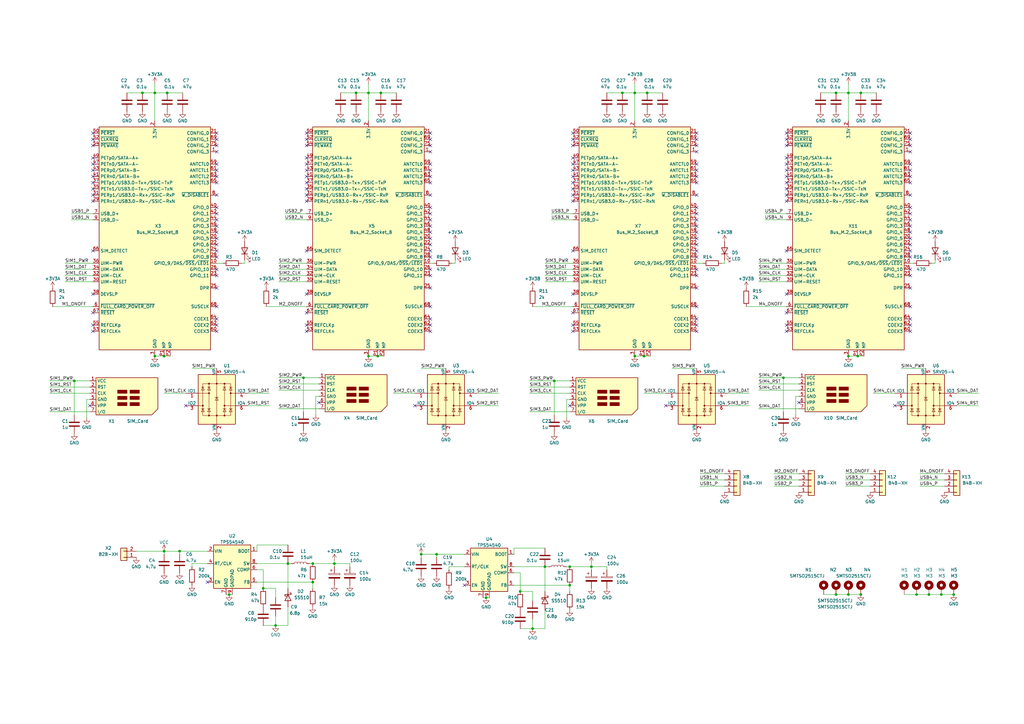
<source format=kicad_sch>
(kicad_sch (version 20211123) (generator eeschema)
  (paper "A3")
  (junction (at 179.07 227.33))
  (junction (at 386.08 243.84))
  (junction (at 391.16 243.84))
  (junction (at 321.31 154.94))
  (junction (at 353.06 243.84))
  (junction (at 146.05 38.1))
  (junction (at 151.13 146.05))
  (junction (at 351.79 146.05))
  (junction (at 342.9 243.84))
  (junction (at 67.31 146.05))
  (junction (at 260.35 38.1))
  (junction (at 213.36 242.57))
  (junction (at 113.03 256.54))
  (junction (at 260.35 146.05))
  (junction (at 264.16 146.05))
  (junction (at 128.27 238.76))
  (junction (at 347.98 146.05))
  (junction (at 218.44 257.81))
  (junction (at 381 243.84))
  (junction (at 30.48 156.21))
  (junction (at 93.98 243.84))
  (junction (at 353.06 38.1))
  (junction (at 73.66 226.06))
  (junction (at 107.95 241.3))
  (junction (at 375.92 243.84))
  (junction (at 242.57 232.41))
  (junction (at 172.72 227.33))
  (junction (at 63.5 146.05))
  (junction (at 63.5 38.1))
  (junction (at 151.13 38.1))
  (junction (at 124.46 154.94))
  (junction (at 128.27 231.14))
  (junction (at 227.33 156.21))
  (junction (at 68.58 38.1))
  (junction (at 347.98 38.1))
  (junction (at 347.98 243.84))
  (junction (at 199.39 245.11))
  (junction (at 342.9 38.1))
  (junction (at 265.43 38.1))
  (junction (at 58.42 38.1))
  (junction (at 118.11 231.14))
  (junction (at 137.16 231.14))
  (junction (at 154.94 146.05))
  (junction (at 156.21 38.1))
  (junction (at 233.68 232.41))
  (junction (at 223.52 232.41))
  (junction (at 255.27 38.1))
  (junction (at 233.68 240.03))
  (junction (at 67.31 226.06))
  (no_connect (at 176.53 95.25))
  (no_connect (at 285.75 105.41))
  (no_connect (at 322.58 120.65))
  (no_connect (at 88.9 69.85))
  (no_connect (at 176.53 105.41))
  (no_connect (at 322.58 102.87))
  (no_connect (at 88.9 118.11))
  (no_connect (at 373.38 59.69))
  (no_connect (at 285.75 54.61))
  (no_connect (at 234.95 59.69))
  (no_connect (at 38.1 64.77))
  (no_connect (at 373.38 100.33))
  (no_connect (at 38.1 77.47))
  (no_connect (at 38.1 82.55))
  (no_connect (at 176.53 90.17))
  (no_connect (at 176.53 80.01))
  (no_connect (at 373.38 74.93))
  (no_connect (at 125.73 54.61))
  (no_connect (at 322.58 72.39))
  (no_connect (at 234.95 82.55))
  (no_connect (at 176.53 97.79))
  (no_connect (at 176.53 133.35))
  (no_connect (at 88.9 110.49))
  (no_connect (at 285.75 57.15))
  (no_connect (at 85.09 238.76))
  (no_connect (at 125.73 82.55))
  (no_connect (at 88.9 62.23))
  (no_connect (at 285.75 125.73))
  (no_connect (at 234.95 72.39))
  (no_connect (at 285.75 87.63))
  (no_connect (at 373.38 92.71))
  (no_connect (at 88.9 113.03))
  (no_connect (at 38.1 57.15))
  (no_connect (at 285.75 95.25))
  (no_connect (at 285.75 62.23))
  (no_connect (at 322.58 80.01))
  (no_connect (at 176.53 118.11))
  (no_connect (at 88.9 102.87))
  (no_connect (at 170.18 166.37))
  (no_connect (at 125.73 74.93))
  (no_connect (at 322.58 77.47))
  (no_connect (at 38.1 74.93))
  (no_connect (at 322.58 133.35))
  (no_connect (at 125.73 59.69))
  (no_connect (at 38.1 133.35))
  (no_connect (at 234.95 133.35))
  (no_connect (at 176.53 113.03))
  (no_connect (at 322.58 57.15))
  (no_connect (at 373.38 133.35))
  (no_connect (at 322.58 69.85))
  (no_connect (at 88.9 135.89))
  (no_connect (at 176.53 57.15))
  (no_connect (at 322.58 64.77))
  (no_connect (at 373.38 57.15))
  (no_connect (at 176.53 102.87))
  (no_connect (at 373.38 69.85))
  (no_connect (at 285.75 85.09))
  (no_connect (at 176.53 100.33))
  (no_connect (at 88.9 133.35))
  (no_connect (at 125.73 67.31))
  (no_connect (at 38.1 69.85))
  (no_connect (at 38.1 102.87))
  (no_connect (at 125.73 120.65))
  (no_connect (at 322.58 67.31))
  (no_connect (at 125.73 64.77))
  (no_connect (at 373.38 105.41))
  (no_connect (at 88.9 97.79))
  (no_connect (at 285.75 130.81))
  (no_connect (at 285.75 92.71))
  (no_connect (at 176.53 69.85))
  (no_connect (at 176.53 62.23))
  (no_connect (at 88.9 130.81))
  (no_connect (at 273.05 166.37))
  (no_connect (at 176.53 85.09))
  (no_connect (at 373.38 54.61))
  (no_connect (at 322.58 82.55))
  (no_connect (at 285.75 80.01))
  (no_connect (at 176.53 87.63))
  (no_connect (at 176.53 54.61))
  (no_connect (at 38.1 135.89))
  (no_connect (at 88.9 92.71))
  (no_connect (at 88.9 125.73))
  (no_connect (at 233.68 166.37))
  (no_connect (at 285.75 74.93))
  (no_connect (at 176.53 67.31))
  (no_connect (at 373.38 113.03))
  (no_connect (at 234.95 57.15))
  (no_connect (at 373.38 72.39))
  (no_connect (at 38.1 67.31))
  (no_connect (at 322.58 59.69))
  (no_connect (at 373.38 130.81))
  (no_connect (at 38.1 72.39))
  (no_connect (at 38.1 54.61))
  (no_connect (at 88.9 72.39))
  (no_connect (at 285.75 118.11))
  (no_connect (at 367.03 166.37))
  (no_connect (at 176.53 110.49))
  (no_connect (at 373.38 90.17))
  (no_connect (at 234.95 120.65))
  (no_connect (at 176.53 59.69))
  (no_connect (at 285.75 102.87))
  (no_connect (at 38.1 80.01))
  (no_connect (at 234.95 102.87))
  (no_connect (at 373.38 118.11))
  (no_connect (at 176.53 125.73))
  (no_connect (at 176.53 74.93))
  (no_connect (at 322.58 54.61))
  (no_connect (at 88.9 100.33))
  (no_connect (at 125.73 135.89))
  (no_connect (at 373.38 135.89))
  (no_connect (at 285.75 97.79))
  (no_connect (at 322.58 74.93))
  (no_connect (at 38.1 128.27))
  (no_connect (at 322.58 128.27))
  (no_connect (at 130.81 165.1))
  (no_connect (at 373.38 95.25))
  (no_connect (at 322.58 135.89))
  (no_connect (at 285.75 110.49))
  (no_connect (at 234.95 67.31))
  (no_connect (at 285.75 100.33))
  (no_connect (at 88.9 59.69))
  (no_connect (at 285.75 90.17))
  (no_connect (at 285.75 59.69))
  (no_connect (at 373.38 102.87))
  (no_connect (at 373.38 110.49))
  (no_connect (at 285.75 69.85))
  (no_connect (at 88.9 54.61))
  (no_connect (at 88.9 85.09))
  (no_connect (at 285.75 133.35))
  (no_connect (at 373.38 87.63))
  (no_connect (at 125.73 77.47))
  (no_connect (at 285.75 72.39))
  (no_connect (at 88.9 67.31))
  (no_connect (at 373.38 97.79))
  (no_connect (at 373.38 85.09))
  (no_connect (at 88.9 105.41))
  (no_connect (at 88.9 90.17))
  (no_connect (at 176.53 92.71))
  (no_connect (at 373.38 62.23))
  (no_connect (at 88.9 95.25))
  (no_connect (at 234.95 80.01))
  (no_connect (at 125.73 102.87))
  (no_connect (at 88.9 80.01))
  (no_connect (at 125.73 57.15))
  (no_connect (at 234.95 74.93))
  (no_connect (at 234.95 128.27))
  (no_connect (at 38.1 59.69))
  (no_connect (at 234.95 135.89))
  (no_connect (at 125.73 128.27))
  (no_connect (at 285.75 67.31))
  (no_connect (at 327.66 165.1))
  (no_connect (at 176.53 135.89))
  (no_connect (at 373.38 125.73))
  (no_connect (at 88.9 57.15))
  (no_connect (at 38.1 120.65))
  (no_connect (at 36.83 166.37))
  (no_connect (at 76.2 166.37))
  (no_connect (at 285.75 135.89))
  (no_connect (at 176.53 130.81))
  (no_connect (at 88.9 74.93))
  (no_connect (at 373.38 67.31))
  (no_connect (at 176.53 72.39))
  (no_connect (at 234.95 54.61))
  (no_connect (at 285.75 113.03))
  (no_connect (at 88.9 87.63))
  (no_connect (at 234.95 77.47))
  (no_connect (at 234.95 64.77))
  (no_connect (at 125.73 72.39))
  (no_connect (at 373.38 80.01))
  (no_connect (at 125.73 80.01))
  (no_connect (at 234.95 69.85))
  (no_connect (at 190.5 240.03))
  (no_connect (at 125.73 133.35))
  (no_connect (at 125.73 69.85))
  (wire (pts (xy 199.39 245.11) (xy 200.66 245.11)))
  (wire (pts (xy 260.35 34.29) (xy 260.35 38.1)))
  (wire (pts (xy 255.27 38.1) (xy 260.35 38.1)))
  (wire (pts (xy 213.36 257.81) (xy 218.44 257.81)))
  (wire (pts (xy 226.06 90.17) (xy 234.95 90.17)))
  (wire (pts (xy 265.43 38.1) (xy 271.78 38.1)))
  (wire (pts (xy 311.15 107.95) (xy 322.58 107.95)))
  (wire (pts (xy 232.41 232.41) (xy 233.68 232.41)))
  (wire (pts (xy 101.6 166.37) (xy 110.49 166.37)))
  (wire (pts (xy 232.41 163.83) (xy 232.41 171.45)))
  (wire (pts (xy 298.45 166.37) (xy 307.34 166.37)))
  (wire (pts (xy 311.15 110.49) (xy 322.58 110.49)))
  (wire (pts (xy 78.74 231.14) (xy 85.09 231.14)))
  (wire (pts (xy 386.08 243.84) (xy 391.16 243.84)))
  (wire (pts (xy 337.82 243.84) (xy 342.9 243.84)))
  (wire (pts (xy 317.5 199.39) (xy 327.66 199.39)))
  (wire (pts (xy 156.21 38.1) (xy 162.56 38.1)))
  (wire (pts (xy 67.31 161.29) (xy 76.2 161.29)))
  (wire (pts (xy 129.54 162.56) (xy 129.54 170.18)))
  (wire (pts (xy 172.72 227.33) (xy 179.07 227.33)))
  (wire (pts (xy 101.6 161.29) (xy 110.49 161.29)))
  (wire (pts (xy 107.95 233.68) (xy 107.95 241.3)))
  (wire (pts (xy 377.19 196.85) (xy 387.35 196.85)))
  (wire (pts (xy 311.15 167.64) (xy 327.66 167.64)))
  (wire (pts (xy 151.13 49.53) (xy 151.13 38.1)))
  (wire (pts (xy 224.79 232.41) (xy 223.52 232.41)))
  (wire (pts (xy 264.16 146.05) (xy 266.7 146.05)))
  (wire (pts (xy 370.84 243.84) (xy 375.92 243.84)))
  (wire (pts (xy 63.5 38.1) (xy 68.58 38.1)))
  (wire (pts (xy 114.3 154.94) (xy 124.46 154.94)))
  (wire (pts (xy 223.52 110.49) (xy 234.95 110.49)))
  (wire (pts (xy 358.14 161.29) (xy 367.03 161.29)))
  (wire (pts (xy 377.19 199.39) (xy 387.35 199.39)))
  (wire (pts (xy 114.3 157.48) (xy 130.81 157.48)))
  (wire (pts (xy 55.88 226.06) (xy 67.31 226.06)))
  (wire (pts (xy 151.13 38.1) (xy 156.21 38.1)))
  (wire (pts (xy 99.06 107.95) (xy 100.33 107.95)))
  (wire (pts (xy 342.9 38.1) (xy 347.98 38.1)))
  (wire (pts (xy 105.41 226.06) (xy 105.41 223.52)))
  (wire (pts (xy 128.27 238.76) (xy 128.27 241.3)))
  (wire (pts (xy 346.71 194.31) (xy 356.87 194.31)))
  (wire (pts (xy 311.15 157.48) (xy 327.66 157.48)))
  (wire (pts (xy 347.98 243.84) (xy 353.06 243.84)))
  (wire (pts (xy 100.33 107.95) (xy 100.33 106.68)))
  (wire (pts (xy 146.05 38.1) (xy 151.13 38.1)))
  (wire (pts (xy 218.44 242.57) (xy 218.44 246.38)))
  (wire (pts (xy 114.3 115.57) (xy 125.73 115.57)))
  (wire (pts (xy 63.5 34.29) (xy 63.5 38.1)))
  (wire (pts (xy 248.92 233.68) (xy 248.92 232.41)))
  (wire (pts (xy 20.32 161.29) (xy 36.83 161.29)))
  (wire (pts (xy 317.5 196.85) (xy 327.66 196.85)))
  (wire (pts (xy 313.69 87.63) (xy 322.58 87.63)))
  (wire (pts (xy 226.06 87.63) (xy 234.95 87.63)))
  (wire (pts (xy 210.82 232.41) (xy 223.52 232.41)))
  (wire (pts (xy 233.68 163.83) (xy 232.41 163.83)))
  (wire (pts (xy 217.17 168.91) (xy 233.68 168.91)))
  (wire (pts (xy 63.5 49.53) (xy 63.5 38.1)))
  (wire (pts (xy 287.02 199.39) (xy 297.18 199.39)))
  (wire (pts (xy 306.07 125.73) (xy 322.58 125.73)))
  (wire (pts (xy 67.31 226.06) (xy 73.66 226.06)))
  (wire (pts (xy 275.59 151.13) (xy 285.75 151.13)))
  (wire (pts (xy 161.29 161.29) (xy 170.18 161.29)))
  (wire (pts (xy 347.98 49.53) (xy 347.98 38.1)))
  (wire (pts (xy 128.27 231.14) (xy 137.16 231.14)))
  (wire (pts (xy 184.15 232.41) (xy 184.15 233.68)))
  (wire (pts (xy 233.68 240.03) (xy 233.68 242.57)))
  (wire (pts (xy 351.79 146.05) (xy 354.33 146.05)))
  (wire (pts (xy 113.03 252.73) (xy 113.03 256.54)))
  (wire (pts (xy 52.07 38.1) (xy 58.42 38.1)))
  (wire (pts (xy 213.36 234.95) (xy 213.36 242.57)))
  (wire (pts (xy 139.7 38.1) (xy 146.05 38.1)))
  (wire (pts (xy 227.33 156.21) (xy 227.33 170.18)))
  (wire (pts (xy 295.91 107.95) (xy 297.18 107.95)))
  (wire (pts (xy 327.66 162.56) (xy 326.39 162.56)))
  (wire (pts (xy 20.32 168.91) (xy 36.83 168.91)))
  (wire (pts (xy 381 243.84) (xy 386.08 243.84)))
  (wire (pts (xy 73.66 226.06) (xy 73.66 227.33)))
  (wire (pts (xy 35.56 163.83) (xy 35.56 171.45)))
  (wire (pts (xy 113.03 241.3) (xy 113.03 245.11)))
  (wire (pts (xy 29.21 90.17) (xy 38.1 90.17)))
  (wire (pts (xy 260.35 49.53) (xy 260.35 38.1)))
  (wire (pts (xy 311.15 113.03) (xy 322.58 113.03)))
  (wire (pts (xy 116.84 87.63) (xy 125.73 87.63)))
  (wire (pts (xy 297.18 107.95) (xy 297.18 106.68)))
  (wire (pts (xy 195.58 161.29) (xy 204.47 161.29)))
  (wire (pts (xy 88.9 107.95) (xy 91.44 107.95)))
  (wire (pts (xy 26.67 107.95) (xy 38.1 107.95)))
  (wire (pts (xy 223.52 250.19) (xy 223.52 257.81)))
  (wire (pts (xy 116.84 90.17) (xy 125.73 90.17)))
  (wire (pts (xy 233.68 156.21) (xy 227.33 156.21)))
  (wire (pts (xy 223.52 113.03) (xy 234.95 113.03)))
  (wire (pts (xy 114.3 110.49) (xy 125.73 110.49)))
  (wire (pts (xy 105.41 223.52) (xy 118.11 223.52)))
  (wire (pts (xy 248.92 232.41) (xy 242.57 232.41)))
  (wire (pts (xy 143.51 231.14) (xy 137.16 231.14)))
  (wire (pts (xy 186.69 107.95) (xy 186.69 106.68)))
  (wire (pts (xy 392.43 161.29) (xy 401.32 161.29)))
  (wire (pts (xy 217.17 158.75) (xy 233.68 158.75)))
  (wire (pts (xy 347.98 34.29) (xy 347.98 38.1)))
  (wire (pts (xy 179.07 227.33) (xy 179.07 228.6)))
  (wire (pts (xy 327.66 154.94) (xy 321.31 154.94)))
  (wire (pts (xy 26.67 113.03) (xy 38.1 113.03)))
  (wire (pts (xy 119.38 231.14) (xy 118.11 231.14)))
  (wire (pts (xy 233.68 232.41) (xy 242.57 232.41)))
  (wire (pts (xy 29.21 87.63) (xy 38.1 87.63)))
  (wire (pts (xy 92.71 243.84) (xy 93.98 243.84)))
  (wire (pts (xy 184.15 232.41) (xy 190.5 232.41)))
  (wire (pts (xy 342.9 243.84) (xy 347.98 243.84)))
  (wire (pts (xy 347.98 146.05) (xy 351.79 146.05)))
  (wire (pts (xy 109.22 125.73) (xy 125.73 125.73)))
  (wire (pts (xy 264.16 161.29) (xy 273.05 161.29)))
  (wire (pts (xy 130.81 154.94) (xy 124.46 154.94)))
  (wire (pts (xy 210.82 227.33) (xy 210.82 224.79)))
  (wire (pts (xy 36.83 163.83) (xy 35.56 163.83)))
  (wire (pts (xy 198.12 245.11) (xy 199.39 245.11)))
  (wire (pts (xy 127 231.14) (xy 128.27 231.14)))
  (wire (pts (xy 260.35 38.1) (xy 265.43 38.1)))
  (wire (pts (xy 114.3 113.03) (xy 125.73 113.03)))
  (wire (pts (xy 172.72 151.13) (xy 182.88 151.13)))
  (wire (pts (xy 154.94 146.05) (xy 157.48 146.05)))
  (wire (pts (xy 105.41 233.68) (xy 107.95 233.68)))
  (wire (pts (xy 383.54 107.95) (xy 383.54 106.68)))
  (wire (pts (xy 311.15 154.94) (xy 321.31 154.94)))
  (wire (pts (xy 67.31 146.05) (xy 69.85 146.05)))
  (wire (pts (xy 223.52 232.41) (xy 223.52 242.57)))
  (wire (pts (xy 287.02 194.31) (xy 297.18 194.31)))
  (wire (pts (xy 78.74 231.14) (xy 78.74 232.41)))
  (wire (pts (xy 118.11 248.92) (xy 118.11 256.54)))
  (wire (pts (xy 67.31 227.33) (xy 67.31 226.06)))
  (wire (pts (xy 151.13 146.05) (xy 154.94 146.05)))
  (wire (pts (xy 20.32 156.21) (xy 30.48 156.21)))
  (wire (pts (xy 313.69 90.17) (xy 322.58 90.17)))
  (wire (pts (xy 377.19 194.31) (xy 387.35 194.31)))
  (wire (pts (xy 124.46 154.94) (xy 124.46 168.91)))
  (wire (pts (xy 298.45 161.29) (xy 307.34 161.29)))
  (wire (pts (xy 113.03 256.54) (xy 118.11 256.54)))
  (wire (pts (xy 210.82 240.03) (xy 233.68 240.03)))
  (wire (pts (xy 185.42 107.95) (xy 186.69 107.95)))
  (wire (pts (xy 242.57 232.41) (xy 242.57 233.68)))
  (wire (pts (xy 26.67 110.49) (xy 38.1 110.49)))
  (wire (pts (xy 217.17 161.29) (xy 233.68 161.29)))
  (wire (pts (xy 285.75 107.95) (xy 288.29 107.95)))
  (wire (pts (xy 143.51 232.41) (xy 143.51 231.14)))
  (wire (pts (xy 26.67 115.57) (xy 38.1 115.57)))
  (wire (pts (xy 369.57 151.13) (xy 379.73 151.13)))
  (wire (pts (xy 36.83 156.21) (xy 30.48 156.21)))
  (wire (pts (xy 137.16 231.14) (xy 137.16 232.41)))
  (wire (pts (xy 105.41 231.14) (xy 118.11 231.14)))
  (wire (pts (xy 213.36 242.57) (xy 218.44 242.57)))
  (wire (pts (xy 105.41 238.76) (xy 128.27 238.76)))
  (wire (pts (xy 373.38 107.95) (xy 374.65 107.95)))
  (wire (pts (xy 382.27 107.95) (xy 383.54 107.95)))
  (wire (pts (xy 68.58 38.1) (xy 74.93 38.1)))
  (wire (pts (xy 114.3 107.95) (xy 125.73 107.95)))
  (wire (pts (xy 114.3 160.02) (xy 130.81 160.02)))
  (wire (pts (xy 218.44 254) (xy 218.44 257.81)))
  (wire (pts (xy 223.52 115.57) (xy 234.95 115.57)))
  (wire (pts (xy 346.71 196.85) (xy 356.87 196.85)))
  (wire (pts (xy 151.13 34.29) (xy 151.13 38.1)))
  (wire (pts (xy 321.31 154.94) (xy 321.31 168.91)))
  (wire (pts (xy 30.48 156.21) (xy 30.48 170.18)))
  (wire (pts (xy 223.52 107.95) (xy 234.95 107.95)))
  (wire (pts (xy 176.53 107.95) (xy 177.8 107.95)))
  (wire (pts (xy 107.95 241.3) (xy 113.03 241.3)))
  (wire (pts (xy 210.82 224.79) (xy 223.52 224.79)))
  (wire (pts (xy 217.17 156.21) (xy 227.33 156.21)))
  (wire (pts (xy 172.72 228.6) (xy 172.72 227.33)))
  (wire (pts (xy 346.71 199.39) (xy 356.87 199.39)))
  (wire (pts (xy 392.43 166.37) (xy 401.32 166.37)))
  (wire (pts (xy 137.16 229.87) (xy 137.16 231.14)))
  (wire (pts (xy 58.42 38.1) (xy 63.5 38.1)))
  (wire (pts (xy 107.95 256.54) (xy 113.03 256.54)))
  (wire (pts (xy 218.44 257.81) (xy 223.52 257.81)))
  (wire (pts (xy 210.82 234.95) (xy 213.36 234.95)))
  (wire (pts (xy 336.55 38.1) (xy 342.9 38.1)))
  (wire (pts (xy 311.15 160.02) (xy 327.66 160.02)))
  (wire (pts (xy 63.5 146.05) (xy 67.31 146.05)))
  (wire (pts (xy 21.59 125.73) (xy 38.1 125.73)))
  (wire (pts (xy 118.11 231.14) (xy 118.11 241.3)))
  (wire (pts (xy 93.98 243.84) (xy 95.25 243.84)))
  (wire (pts (xy 326.39 162.56) (xy 326.39 170.18)))
  (wire (pts (xy 130.81 162.56) (xy 129.54 162.56)))
  (wire (pts (xy 260.35 146.05) (xy 264.16 146.05)))
  (wire (pts (xy 248.92 38.1) (xy 255.27 38.1)))
  (wire (pts (xy 218.44 125.73) (xy 234.95 125.73)))
  (wire (pts (xy 317.5 194.31) (xy 327.66 194.31)))
  (wire (pts (xy 20.32 158.75) (xy 36.83 158.75)))
  (wire (pts (xy 114.3 167.64) (xy 130.81 167.64)))
  (wire (pts (xy 311.15 115.57) (xy 322.58 115.57)))
  (wire (pts (xy 195.58 166.37) (xy 204.47 166.37)))
  (wire (pts (xy 78.74 151.13) (xy 88.9 151.13)))
  (wire (pts (xy 242.57 231.14) (xy 242.57 232.41)))
  (wire (pts (xy 190.5 227.33) (xy 179.07 227.33)))
  (wire (pts (xy 353.06 38.1) (xy 359.41 38.1)))
  (wire (pts (xy 287.02 196.85) (xy 297.18 196.85)))
  (wire (pts (xy 375.92 243.84) (xy 381 243.84)))
  (wire (pts (xy 347.98 38.1) (xy 353.06 38.1)))
  (wire (pts (xy 85.09 226.06) (xy 73.66 226.06)))
  (label "SIM4_CLK" (at 311.15 160.02 0))
  (label "USB2_N" (at 116.84 90.17 0))
  (label "USB1_P" (at 29.21 87.63 0))
  (label "USB3_N" (at 226.06 90.17 0))
  (label "SIM1_RST" (at 20.32 158.75 0))
  (label "USB2_N" (at 317.5 196.85 0))
  (label "M3_ONOFF" (at 346.71 194.31 0))
  (label "SIM3_PWR" (at 275.59 151.13 0))
  (label "SIM2_PWR" (at 114.3 154.94 0))
  (label "SIM1_CLK" (at 26.67 113.03 0))
  (label "SIM3_RST" (at 223.52 115.57 0))
  (label "SIM4_PWR" (at 369.57 151.13 0))
  (label "SIM3_RST" (at 217.17 158.75 0))
  (label "SIM2_PWR" (at 172.72 151.13 0))
  (label "M4_ONOFF" (at 377.19 194.31 0))
  (label "SIM1_PWR" (at 20.32 156.21 0))
  (label "SIM3_CLK" (at 223.52 113.03 0))
  (label "SIM4_RST" (at 311.15 115.57 0))
  (label "USB4_P" (at 313.69 87.63 0))
  (label "SIM1_CLK" (at 20.32 161.29 0))
  (label "SIM1_RST" (at 26.67 115.57 0))
  (label "SIM2_RST" (at 114.3 157.48 0))
  (label "SIM4_CLK" (at 358.14 161.29 0))
  (label "SIM4_RST" (at 311.15 157.48 0))
  (label "SIM2_CLK" (at 114.3 160.02 0))
  (label "SIM1_DAT" (at 26.67 110.49 0))
  (label "M1_ONOFF" (at 287.02 194.31 0))
  (label "SIM4_PWR" (at 311.15 107.95 0))
  (label "SIM2_DAT" (at 204.47 161.29 180))
  (label "M2_ONOFF" (at 114.3 125.73 0))
  (label "SIM3_CLK" (at 217.17 161.29 0))
  (label "M3_ONOFF" (at 222.25 125.73 0))
  (label "USB3_P" (at 226.06 87.63 0))
  (label "M2_ONOFF" (at 317.5 194.31 0))
  (label "USB1_N" (at 287.02 196.85 0))
  (label "SIM3_DAT" (at 307.34 161.29 180))
  (label "M1_ONOFF" (at 25.4 125.73 0))
  (label "M4_ONOFF" (at 311.15 125.73 0))
  (label "SIM4_RST" (at 401.32 166.37 180))
  (label "SIM3_DAT" (at 217.17 168.91 0))
  (label "SIM2_CLK" (at 114.3 113.03 0))
  (label "USB3_N" (at 346.71 196.85 0))
  (label "SIM1_DAT" (at 20.32 168.91 0))
  (label "SIM4_DAT" (at 311.15 167.64 0))
  (label "SIM4_DAT" (at 401.32 161.29 180))
  (label "USB4_N" (at 377.19 196.85 0))
  (label "SIM4_PWR" (at 311.15 154.94 0))
  (label "SIM2_CLK" (at 161.29 161.29 0))
  (label "SIM3_PWR" (at 217.17 156.21 0))
  (label "SIM1_DAT" (at 110.49 161.29 180))
  (label "SIM3_PWR" (at 223.52 107.95 0))
  (label "USB1_P" (at 287.02 199.39 0))
  (label "USB4_P" (at 377.19 199.39 0))
  (label "SIM3_DAT" (at 223.52 110.49 0))
  (label "SIM2_DAT" (at 114.3 110.49 0))
  (label "SIM4_DAT" (at 311.15 110.49 0))
  (label "SIM4_CLK" (at 311.15 113.03 0))
  (label "SIM3_RST" (at 307.34 166.37 180))
  (label "USB1_N" (at 29.21 90.17 0))
  (label "SIM1_CLK" (at 67.31 161.29 0))
  (label "SIM2_RST" (at 114.3 115.57 0))
  (label "USB2_P" (at 317.5 199.39 0))
  (label "SIM1_PWR" (at 78.74 151.13 0))
  (label "SIM3_CLK" (at 264.16 161.29 0))
  (label "SIM2_PWR" (at 114.3 107.95 0))
  (label "SIM2_DAT" (at 114.3 167.64 0))
  (label "SIM1_PWR" (at 26.67 107.95 0))
  (label "USB3_P" (at 346.71 199.39 0))
  (label "SIM2_RST" (at 204.47 166.37 180))
  (label "USB4_N" (at 313.69 90.17 0))
  (label "SIM1_RST" (at 110.49 166.37 180))
  (label "USB2_P" (at 116.84 87.63 0))
  (symbol (lib_id "power:GND") (at 63.5 146.05 0) (unit 1)
    (property "Reference" "#PWR08" (effects hide))
    (property "Value" "GND" (at 63.5 149.86 0))
  )
  (symbol (lib_id "power:GND") (at 151.13 146.05 0) (unit 1)
    (property "Reference" "#PWR029" (effects hide))
    (property "Value" "GND" (at 151.13 149.86 0))
  )
  (symbol (lib_id "power:GND") (at 227.33 177.8 0) (unit 1)
    (property "Reference" "#PWR041" (effects hide))
    (property "Value" "GND" (at 227.33 181.61 0))
  )
  (symbol (lib_id "Device:C") (at 68.58 41.91 0) (unit 1)
    (property "Reference" "C5" (at 67.31 33.02 0) (effects (justify left)))
    (property "Value" "0.1u" (at 67.31 35.56 0) (effects (justify left)))
    (property "Footprint" "Capacitor_SMD:C_0603_1608Metric" (effects hide))
  )
  (symbol (lib_id "Device:LED") (at 297.18 102.87 90) (unit 1)
    (property "Reference" "D5" (at 300.101 103.6228 90) (effects (justify right)))
    (property "Value" "LED" (at 300.101 106.1597 90) (effects (justify right)))
    (property "Footprint" "LED_THT:LED_D3.0mm" (effects hide))
  )
  (symbol (lib_id "Device:C") (at 218.44 250.19 180) (unit 1)
    (property "Reference" "C21" (at 227.33 250.19 0) (effects (justify left)))
    (property "Value" "6.8p" (at 228.6 252.73 0) (effects (justify left)))
    (property "Footprint" "Capacitor_SMD:C_0603_1608Metric" (effects hide))
  )
  (symbol (lib_id "Device:R") (at 128.27 245.11 0) (unit 1)
    (property "Reference" "R7" (at 130.81 245.11 0) (effects (justify left)))
    (property "Value" "15k" (at 130.81 247.65 0) (effects (justify left)))
    (property "Footprint" "Resistor_SMD:R_0603_1608Metric" (effects hide))
  )
  (symbol (lib_id "power:GND") (at 260.35 146.05 0) (unit 1)
    (property "Reference" "#PWR050" (effects hide))
    (property "Value" "GND" (at 260.35 149.86 0))
  )
  (symbol (lib_id "Device:R") (at 213.36 246.38 0) (unit 1)
    (property "Reference" "R10" (at 208.28 245.11 0) (effects (justify left)))
    (property "Value" "47k" (at 208.28 247.65 0) (effects (justify left)))
    (property "Footprint" "Resistor_SMD:R_0603_1608Metric" (effects hide))
  )
  (symbol (lib_id "Device:R") (at 184.15 237.49 0) (unit 1)
    (property "Reference" "R9" (at 186.69 234.95 0) (effects (justify left)))
    (property "Value" "200k" (at 186.69 237.49 0) (effects (justify left)))
    (property "Footprint" "Resistor_SMD:R_0603_1608Metric" (effects hide))
  )
  (symbol (lib_name "Bus_M.2_Socket_B_1") (lib_id "Connector:Bus_M.2_Socket_B") (at 347.98 97.79 0) (unit 1)
    (property "Reference" "X11" (at 347.98 92.71 0) (effects (justify left)))
    (property "Value" "Bus_M.2_Socket_B" (at 340.36 95.25 0) (effects (justify left)))
    (property "Footprint" "proj:AMPHENOL_MDT420B03001" (effects hide))
    (property "Datasheet" "http://read.pudn.com/downloads794/doc/project/3133918/PCIe_M.2_Electromechanical_Spec_Rev1.0_Final_11012013_RS_Clean.pdf#page=154" (effects hide))
  )
  (symbol (lib_name "+3V3_1") (lib_id "power:+3V3") (at 21.59 118.11 0) (unit 1)
    (property "Reference" "#PWR01" (effects hide))
    (property "Value" "+3V3A" (at 21.59 114.3 0))
  )
  (symbol (lib_id "power:GND") (at 73.66 234.95 0) (unit 1)
    (property "Reference" "#PWR012" (effects hide))
    (property "Value" "GND" (at 73.66 238.76 0))
  )
  (symbol (lib_name "Bus_M.2_Socket_B_1") (lib_id "Connector:Bus_M.2_Socket_B") (at 151.13 97.79 0) (unit 1)
    (property "Reference" "X5" (at 151.13 92.71 0) (effects (justify left)))
    (property "Value" "Bus_M.2_Socket_B" (at 143.51 95.25 0) (effects (justify left)))
    (property "Footprint" "proj:AMPHENOL_MDT420B03001" (effects hide))
    (property "Datasheet" "http://read.pudn.com/downloads794/doc/project/3133918/PCIe_M.2_Electromechanical_Spec_Rev1.0_Final_11012013_RS_Clean.pdf#page=154" (effects hide))
  )
  (symbol (lib_id "power:GND") (at 336.55 45.72 0) (unit 1)
    (property "Reference" "#PWR060" (effects hide))
    (property "Value" "GND" (at 336.55 49.53 0))
  )
  (symbol (lib_id "power:GND") (at 146.05 45.72 0) (unit 1)
    (property "Reference" "#PWR027" (effects hide))
    (property "Value" "GND" (at 146.05 49.53 0))
  )
  (symbol (lib_id "Mechanical:MountingHole_Pad") (at 375.92 241.3 0) (unit 1)
    (property "Reference" "H2" (at 374.65 233.68 0) (effects (justify left)))
    (property "Value" "M3" (at 374.65 236.22 0) (effects (justify left)))
    (property "Footprint" "MountingHole:MountingHole_3.5mm_Pad" (effects hide))
  )
  (symbol (lib_id "Connector:SIM_Card") (at 143.51 162.56 0) (unit 1)
    (property "Reference" "X4" (at 140.97 171.45 0) (effects (justify left)))
    (property "Value" "SIM_Card" (at 146.05 171.45 0) (effects (justify left)))
    (property "Footprint" "proj:FCI_7111S2015X02LF" (effects hide))
    (property "Datasheet" " ~" (effects hide))
  )
  (symbol (lib_id "power:GND") (at 391.16 243.84 0) (unit 1)
    (property "Reference" "#PWR071" (effects hide))
    (property "Value" "GND" (at 391.16 247.65 0))
  )
  (symbol (lib_id "Device:C") (at 67.31 231.14 0) (unit 1)
    (property "Reference" "C4" (at 60.96 229.87 0) (effects (justify left)))
    (property "Value" "4.7u" (at 59.69 232.41 0) (effects (justify left)))
    (property "Footprint" "Capacitor_SMD:C_1206_3216Metric" (effects hide))
  )
  (symbol (lib_id "Mechanical:MountingHole_Pad") (at 342.9 241.3 0) (unit 1)
    (property "Reference" "N2" (at 340.36 233.68 0) (effects (justify left)))
    (property "Value" "SMTSO2515CTJ" (at 342.9 236.22 0) (effects (justify left)))
    (property "Footprint" "MountingHole:MountingHole_3.2mm_M3_Pad" (effects hide))
  )
  (symbol (lib_id "Device:LED") (at 186.69 102.87 90) (unit 1)
    (property "Reference" "D3" (at 189.611 103.6228 90) (effects (justify right)))
    (property "Value" "LED" (at 189.611 106.1597 90) (effects (justify right)))
    (property "Footprint" "LED_THT:LED_D3.0mm" (effects hide))
  )
  (symbol (lib_id "Device:R") (at 128.27 234.95 0) (unit 1)
    (property "Reference" "R6" (at 123.19 233.68 0) (effects (justify left)))
    (property "Value" "47k" (at 121.92 236.22 0) (effects (justify left)))
    (property "Footprint" "Resistor_SMD:R_0603_1608Metric" (effects hide))
  )
  (symbol (lib_id "Connector:SIM_Card") (at 246.38 163.83 0) (unit 1)
    (property "Reference" "X6" (at 241.3 172.72 0) (effects (justify left)))
    (property "Value" "SIM_Card" (at 248.92 172.72 0) (effects (justify left)))
    (property "Footprint" "proj:FCI_7111S2015X02LF" (effects hide))
    (property "Datasheet" " ~" (effects hide))
  )
  (symbol (lib_id "Device:C_Polarized") (at 143.51 236.22 0) (unit 1)
    (property "Reference" "C14" (at 147.32 234.95 0) (effects (justify left)))
    (property "Value" "100u" (at 147.32 237.49 0) (effects (justify left)))
    (property "Footprint" "Capacitor_Tantalum_SMD:CP_EIA-3528-15_AVX-H" (effects hide))
  )
  (symbol (lib_id "Device:C") (at 52.07 41.91 0) (unit 1)
    (property "Reference" "C2" (at 49.53 33.02 0) (effects (justify left)))
    (property "Value" "47u" (at 49.53 35.56 0) (effects (justify left)))
    (property "Footprint" "Capacitor_SMD:C_1206_3216Metric" (effects hide))
  )
  (symbol (lib_name "+3V3_2") (lib_id "power:+3V3") (at 347.98 34.29 0) (unit 1)
    (property "Reference" "#PWR062" (effects hide))
    (property "Value" "+3V3B" (at 347.98 30.48 0))
  )
  (symbol (lib_id "power:GND") (at 248.92 45.72 0) (unit 1)
    (property "Reference" "#PWR046" (effects hide))
    (property "Value" "GND" (at 248.92 49.53 0))
  )
  (symbol (lib_name "+3V3_2") (lib_id "power:+3V3") (at 260.35 34.29 0) (unit 1)
    (property "Reference" "#PWR049" (effects hide))
    (property "Value" "+3V3B" (at 260.35 30.48 0))
  )
  (symbol (lib_id "Mechanical:MountingHole_Pad") (at 337.82 241.3 0) (unit 1)
    (property "Reference" "N1" (at 330.2 233.68 0) (effects (justify left)))
    (property "Value" "SMTSO2515CTJ" (at 323.85 236.22 0) (effects (justify left)))
    (property "Footprint" "MountingHole:MountingHole_3.2mm_M3_Pad" (effects hide))
  )
  (symbol (lib_id "power:GND") (at 353.06 45.72 0) (unit 1)
    (property "Reference" "#PWR064" (effects hide))
    (property "Value" "GND" (at 353.06 49.53 0))
  )
  (symbol (lib_id "power:GND") (at 143.51 240.03 0) (unit 1)
    (property "Reference" "#PWR026" (effects hide))
    (property "Value" "GND" (at 143.51 243.84 0))
  )
  (symbol (lib_id "power:GND") (at 128.27 248.92 0) (unit 1)
    (property "Reference" "#PWR021" (effects hide))
    (property "Value" "GND" (at 128.27 252.73 0))
  )
  (symbol (lib_id "power:GND") (at 74.93 45.72 0) (unit 1)
    (property "Reference" "#PWR013" (effects hide))
    (property "Value" "GND" (at 74.93 49.53 0))
  )
  (symbol (lib_name "+3V3_1") (lib_id "power:+3V3") (at 242.57 231.14 0) (unit 1)
    (property "Reference" "#PWR044" (effects hide))
    (property "Value" "+3V3A" (at 242.57 227.33 0))
  )
  (symbol (lib_id "Device:L") (at 228.6 232.41 90) (unit 1)
    (property "Reference" "L2" (at 229.87 227.33 90))
    (property "Value" "15uH" (at 231.14 229.87 90))
    (property "Footprint" "Inductor_SMD:L_Sunlord_MWSA1004S" (effects hide))
  )
  (symbol (lib_id "Regulator_Switching:TPS54360DDA") (at 200.66 232.41 0) (unit 1)
    (property "Reference" "U4" (at 200.66 221.0902 0))
    (property "Value" "TPS54540" (at 200.66 223.6271 0))
    (property "Footprint" "Package_SO:TI_SO-PowerPAD-8_ThermalVias" (effects hide))
    (property "Datasheet" "http://www.ti.com/lit/ds/symlink/tps54360.pdf" (effects hide))
  )
  (symbol (lib_id "power:GND") (at 67.31 234.95 0) (unit 1)
    (property "Reference" "#PWR010" (effects hide))
    (property "Value" "GND" (at 67.31 238.76 0))
  )
  (symbol (lib_id "Device:C") (at 73.66 231.14 0) (unit 1)
    (property "Reference" "C6" (at 76.2 227.33 0) (effects (justify left)))
    (property "Value" "4.7u" (at 76.2 229.87 0) (effects (justify left)))
    (property "Footprint" "Capacitor_SMD:C_1206_3216Metric" (effects hide))
  )
  (symbol (lib_id "Mechanical:MountingHole_Pad") (at 381 241.3 0) (unit 1)
    (property "Reference" "H3" (at 379.73 233.68 0) (effects (justify left)))
    (property "Value" "M3" (at 379.73 236.22 0) (effects (justify left)))
    (property "Footprint" "MountingHole:MountingHole_3.5mm_Pad" (effects hide))
  )
  (symbol (lib_id "Device:R") (at 233.68 246.38 0) (unit 1)
    (property "Reference" "R13" (at 236.22 246.38 0) (effects (justify left)))
    (property "Value" "15k" (at 236.22 248.92 0) (effects (justify left)))
    (property "Footprint" "Resistor_SMD:R_0603_1608Metric" (effects hide))
  )
  (symbol (lib_id "power:GND") (at 353.06 243.84 0) (unit 1)
    (property "Reference" "#PWR065" (effects hide))
    (property "Value" "GND" (at 353.06 247.65 0))
  )
  (symbol (lib_id "power:GND") (at 265.43 45.72 0) (unit 1)
    (property "Reference" "#PWR051" (effects hide))
    (property "Value" "GND" (at 265.43 49.53 0))
  )
  (symbol (lib_id "Device:R") (at 107.95 245.11 0) (unit 1)
    (property "Reference" "R4" (at 102.87 243.84 0) (effects (justify left)))
    (property "Value" "47k" (at 102.87 246.38 0) (effects (justify left)))
    (property "Footprint" "Resistor_SMD:R_0603_1608Metric" (effects hide))
  )
  (symbol (lib_id "Mechanical:MountingHole_Pad") (at 347.98 241.3 0) (unit 1)
    (property "Reference" "N3" (at 346.71 233.68 0) (effects (justify left)))
    (property "Value" "SMTSO2515CTJ" (at 335.28 248.92 0) (effects (justify left)))
    (property "Footprint" "MountingHole:MountingHole_3.2mm_M3_Pad" (effects hide))
  )
  (symbol (lib_id "Device:C") (at 113.03 248.92 180) (unit 1)
    (property "Reference" "C9" (at 121.92 248.92 0) (effects (justify left)))
    (property "Value" "6.8p" (at 123.19 251.46 0) (effects (justify left)))
    (property "Footprint" "Capacitor_SMD:C_0603_1608Metric" (effects hide))
  )
  (symbol (lib_id "Device:R") (at 21.59 121.92 0) (unit 1)
    (property "Reference" "R1" (at 24.13 119.38 0) (effects (justify left)))
    (property "Value" "2k" (at 24.13 121.92 0) (effects (justify left)))
    (property "Footprint" "Resistor_SMD:R_0603_1608Metric" (effects hide))
  )
  (symbol (lib_id "Connector_Generic:Conn_01x04") (at 302.26 199.39 0) (mirror x) (unit 1)
    (property "Reference" "X8" (at 306.07 195.58 0))
    (property "Value" "B4B-XH" (at 308.61 198.12 0))
    (property "Footprint" "Connector_JST:JST_XH_B4B-XH-A_1x04_P2.50mm_Vertical" (effects hide))
  )
  (symbol (lib_id "Device:C") (at 248.92 41.91 0) (unit 1)
    (property "Reference" "C25" (at 246.38 33.02 0) (effects (justify left)))
    (property "Value" "47u" (at 246.38 35.56 0) (effects (justify left)))
    (property "Footprint" "Capacitor_SMD:C_1206_3216Metric" (effects hide))
  )
  (symbol (lib_id "power:GND") (at 271.78 45.72 0) (unit 1)
    (property "Reference" "#PWR052" (effects hide))
    (property "Value" "GND" (at 271.78 49.53 0))
  )
  (symbol (lib_id "Device:C") (at 353.06 41.91 0) (unit 1)
    (property "Reference" "C33" (at 353.06 33.02 0) (effects (justify left)))
    (property "Value" "0.1u" (at 353.06 35.56 0) (effects (justify left)))
    (property "Footprint" "Capacitor_SMD:C_0603_1608Metric" (effects hide))
  )
  (symbol (lib_id "power:GND") (at 218.44 257.81 0) (unit 1)
    (property "Reference" "#PWR040" (effects hide))
    (property "Value" "GND" (at 218.44 261.62 0))
  )
  (symbol (lib_id "Device:R") (at 378.46 107.95 90) (unit 1)
    (property "Reference" "R16" (at 378.46 105.41 90) (effects (justify left)))
    (property "Value" "470" (at 379.73 110.49 90) (effects (justify left)))
    (property "Footprint" "Resistor_SMD:R_0603_1608Metric" (effects hide))
  )
  (symbol (lib_id "power:VCC") (at 67.31 226.06 0) (unit 1)
    (property "Reference" "#PWR09" (effects hide))
    (property "Value" "VCC" (at 67.31 222.4842 0))
  )
  (symbol (lib_id "Power_Protection:SRV05-4") (at 379.73 163.83 0) (unit 1)
    (property "Reference" "U6" (at 382.4987 149.9702 0) (effects (justify left)))
    (property "Value" "SRV05-4" (at 382.4987 152.5071 0) (effects (justify left)))
    (property "Footprint" "Package_TO_SOT_SMD:SOT-23-6" (effects hide))
    (property "Datasheet" "http://www.onsemi.com/pub/Collateral/SRV05-4-D.PDF" (effects hide))
  )
  (symbol (lib_id "power:GND") (at 321.31 176.53 0) (unit 1)
    (property "Reference" "#PWR057" (effects hide))
    (property "Value" "GND" (at 321.31 180.34 0))
  )
  (symbol (lib_name "Bus_M.2_Socket_B_1") (lib_id "Connector:Bus_M.2_Socket_B") (at 63.5 97.79 0) (unit 1)
    (property "Reference" "X3" (at 63.5 92.71 0) (effects (justify left)))
    (property "Value" "Bus_M.2_Socket_B" (at 55.88 95.25 0) (effects (justify left)))
    (property "Footprint" "proj:AMPHENOL_MDT420B03001" (effects hide))
    (property "Datasheet" "http://read.pudn.com/downloads794/doc/project/3133918/PCIe_M.2_Electromechanical_Spec_Rev1.0_Final_11012013_RS_Clean.pdf#page=154" (effects hide))
  )
  (symbol (lib_id "Device:C") (at 179.07 232.41 0) (unit 1)
    (property "Reference" "C19" (at 181.61 228.6 0) (effects (justify left)))
    (property "Value" "4.7u" (at 181.61 231.14 0) (effects (justify left)))
    (property "Footprint" "Capacitor_SMD:C_1206_3216Metric" (effects hide))
  )
  (symbol (lib_id "Power_Protection:SRV05-4") (at 182.88 163.83 0) (unit 1)
    (property "Reference" "U3" (at 185.6487 149.9702 0) (effects (justify left)))
    (property "Value" "SRV05-4" (at 185.6487 152.5071 0) (effects (justify left)))
    (property "Footprint" "Package_TO_SOT_SMD:SOT-23-6" (effects hide))
    (property "Datasheet" "http://www.onsemi.com/pub/Collateral/SRV05-4-D.PDF" (effects hide))
  )
  (symbol (lib_id "Device:R") (at 78.74 236.22 0) (unit 1)
    (property "Reference" "R2" (at 81.28 233.68 0) (effects (justify left)))
    (property "Value" "200k" (at 81.28 236.22 0) (effects (justify left)))
    (property "Footprint" "Resistor_SMD:R_0603_1608Metric" (effects hide))
  )
  (symbol (lib_name "+3V3_2") (lib_id "power:+3V3") (at 297.18 99.06 0) (unit 1)
    (property "Reference" "#PWR054" (effects hide))
    (property "Value" "+3V3B" (at 297.18 95.25 0))
  )
  (symbol (lib_id "Device:C") (at 255.27 41.91 0) (unit 1)
    (property "Reference" "C27" (at 252.73 33.02 0) (effects (justify left)))
    (property "Value" "0.1u" (at 252.73 35.56 0) (effects (justify left)))
    (property "Footprint" "Capacitor_SMD:C_0603_1608Metric" (effects hide))
  )
  (symbol (lib_id "power:GND") (at 297.18 201.93 0) (unit 1)
    (property "Reference" "#PWR055" (effects hide))
    (property "Value" "GND" (at 297.18 205.74 0))
  )
  (symbol (lib_id "Connector_Generic:Conn_01x04") (at 392.43 199.39 0) (mirror x) (unit 1)
    (property "Reference" "X13" (at 396.24 195.58 0))
    (property "Value" "B4B-XH" (at 398.78 198.12 0))
    (property "Footprint" "Connector_JST:JST_XH_B4B-XH-A_1x04_P2.50mm_Vertical" (effects hide))
  )
  (symbol (lib_id "power:GND") (at 58.42 45.72 0) (unit 1)
    (property "Reference" "#PWR06" (effects hide))
    (property "Value" "GND" (at 58.42 49.53 0))
  )
  (symbol (lib_id "power:GND") (at 55.88 228.6 0) (unit 1)
    (property "Reference" "#PWR05" (effects hide))
    (property "Value" "GND" (at 55.88 232.41 0))
  )
  (symbol (lib_id "power:GND") (at 184.15 241.3 0) (unit 1)
    (property "Reference" "#PWR036" (effects hide))
    (property "Value" "GND" (at 184.15 245.11 0))
  )
  (symbol (lib_id "power:GND") (at 327.66 201.93 0) (unit 1)
    (property "Reference" "#PWR059" (effects hide))
    (property "Value" "GND" (at 327.66 205.74 0))
  )
  (symbol (lib_id "power:GND") (at 68.58 45.72 0) (unit 1)
    (property "Reference" "#PWR011" (effects hide))
    (property "Value" "GND" (at 68.58 49.53 0))
  )
  (symbol (lib_id "power:GND") (at 113.03 256.54 0) (unit 1)
    (property "Reference" "#PWR019" (effects hide))
    (property "Value" "GND" (at 113.03 260.35 0))
  )
  (symbol (lib_id "Mechanical:MountingHole_Pad") (at 353.06 241.3 0) (unit 1)
    (property "Reference" "N4" (at 354.33 233.68 0) (effects (justify left)))
    (property "Value" "SMTSO2515CTJ" (at 335.28 246.38 0) (effects (justify left)))
    (property "Footprint" "MountingHole:MountingHole_3.2mm_M3_Pad" (effects hide))
  )
  (symbol (lib_id "Mechanical:MountingHole_Pad") (at 386.08 241.3 0) (unit 1)
    (property "Reference" "H4" (at 384.81 233.68 0) (effects (justify left)))
    (property "Value" "M3" (at 384.81 236.22 0) (effects (justify left)))
    (property "Footprint" "MountingHole:MountingHole_3.5mm_Pad" (effects hide))
  )
  (symbol (lib_id "power:GND") (at 30.48 177.8 0) (unit 1)
    (property "Reference" "#PWR02" (effects hide))
    (property "Value" "GND" (at 30.48 181.61 0))
  )
  (symbol (lib_id "power:GND") (at 242.57 241.3 0) (unit 1)
    (property "Reference" "#PWR045" (effects hide))
    (property "Value" "GND" (at 242.57 245.11 0))
  )
  (symbol (lib_id "power:GND") (at 326.39 170.18 0) (unit 1)
    (property "Reference" "#PWR058" (effects hide))
    (property "Value" "GND" (at 326.39 173.99 0))
  )
  (symbol (lib_id "Device:C") (at 118.11 227.33 0) (unit 1)
    (property "Reference" "C10" (at 111.76 226.06 0) (effects (justify left)))
    (property "Value" "0.1u" (at 110.49 228.6 0) (effects (justify left)))
    (property "Footprint" "Capacitor_SMD:C_0603_1608Metric" (effects hide))
  )
  (symbol (lib_id "Device:C") (at 227.33 173.99 0) (unit 1)
    (property "Reference" "C23" (at 222.25 172.72 0) (effects (justify left)))
    (property "Value" "1u" (at 222.25 175.26 0) (effects (justify left)))
    (property "Footprint" "Capacitor_SMD:C_0603_1608Metric" (effects hide))
  )
  (symbol (lib_id "power:GND") (at 233.68 250.19 0) (unit 1)
    (property "Reference" "#PWR043" (effects hide))
    (property "Value" "GND" (at 233.68 254 0))
  )
  (symbol (lib_id "Device:R") (at 233.68 236.22 0) (unit 1)
    (property "Reference" "R12" (at 228.6 234.95 0) (effects (justify left)))
    (property "Value" "47k" (at 227.33 237.49 0) (effects (justify left)))
    (property "Footprint" "Resistor_SMD:R_0603_1608Metric" (effects hide))
  )
  (symbol (lib_id "power:GND") (at 162.56 45.72 0) (unit 1)
    (property "Reference" "#PWR031" (effects hide))
    (property "Value" "GND" (at 162.56 49.53 0))
  )
  (symbol (lib_id "power:GND") (at 137.16 240.03 0) (unit 1)
    (property "Reference" "#PWR024" (effects hide))
    (property "Value" "GND" (at 137.16 243.84 0))
  )
  (symbol (lib_id "Connector_Generic:Conn_01x04") (at 361.95 199.39 0) (mirror x) (unit 1)
    (property "Reference" "X12" (at 365.76 195.58 0))
    (property "Value" "B4B-XH" (at 368.3 198.12 0))
    (property "Footprint" "Connector_JST:JST_XH_B4B-XH-A_1x04_P2.50mm_Vertical" (effects hide))
  )
  (symbol (lib_id "power:GND") (at 52.07 45.72 0) (unit 1)
    (property "Reference" "#PWR04" (effects hide))
    (property "Value" "GND" (at 52.07 49.53 0))
  )
  (symbol (lib_id "power:GND") (at 78.74 240.03 0) (unit 1)
    (property "Reference" "#PWR014" (effects hide))
    (property "Value" "GND" (at 78.74 243.84 0))
  )
  (symbol (lib_id "Device:L") (at 123.19 231.14 90) (unit 1)
    (property "Reference" "L1" (at 124.46 226.06 90))
    (property "Value" "15uH" (at 125.73 228.6 90))
    (property "Footprint" "Inductor_SMD:L_Sunlord_MWSA1004S" (effects hide))
  )
  (symbol (lib_id "Device:C_Polarized") (at 242.57 237.49 0) (unit 1)
    (property "Reference" "C24" (at 248.92 228.6 0) (effects (justify left)))
    (property "Value" "100u" (at 248.92 231.14 0) (effects (justify left)))
    (property "Footprint" "Capacitor_Tantalum_SMD:CP_EIA-3528-15_AVX-H" (effects hide))
  )
  (symbol (lib_id "power:GND") (at 387.35 201.93 0) (unit 1)
    (property "Reference" "#PWR070" (effects hide))
    (property "Value" "GND" (at 387.35 205.74 0))
  )
  (symbol (lib_id "power:GND") (at 129.54 170.18 0) (unit 1)
    (property "Reference" "#PWR022" (effects hide))
    (property "Value" "GND" (at 129.54 173.99 0))
  )
  (symbol (lib_id "power:GND") (at 93.98 243.84 0) (unit 1)
    (property "Reference" "#PWR016" (effects hide))
    (property "Value" "GND" (at 93.98 247.65 0))
  )
  (symbol (lib_id "Device:C") (at 139.7 41.91 0) (unit 1)
    (property "Reference" "C13" (at 138.43 33.02 0) (effects (justify left)))
    (property "Value" "47u" (at 138.43 35.56 0) (effects (justify left)))
    (property "Footprint" "Capacitor_SMD:C_1206_3216Metric" (effects hide))
  )
  (symbol (lib_id "power:GND") (at 182.88 176.53 0) (unit 1)
    (property "Reference" "#PWR035" (effects hide))
    (property "Value" "GND" (at 182.88 180.34 0))
  )
  (symbol (lib_name "+3V3_1") (lib_id "power:+3V3") (at 109.22 118.11 0) (unit 1)
    (property "Reference" "#PWR018" (effects hide))
    (property "Value" "+3V3A" (at 109.22 114.3 0))
  )
  (symbol (lib_id "Device:LED") (at 383.54 102.87 90) (unit 1)
    (property "Reference" "D6" (at 386.461 103.6228 90) (effects (justify right)))
    (property "Value" "LED" (at 386.461 106.1597 90) (effects (justify right)))
    (property "Footprint" "LED_THT:LED_D3.0mm" (effects hide))
  )
  (symbol (lib_id "power:GND") (at 35.56 171.45 0) (unit 1)
    (property "Reference" "#PWR03" (effects hide))
    (property "Value" "GND" (at 35.56 175.26 0))
  )
  (symbol (lib_id "Device:C_Polarized") (at 137.16 236.22 0) (unit 1)
    (property "Reference" "C12" (at 143.51 227.33 0) (effects (justify left)))
    (property "Value" "100u" (at 143.51 229.87 0) (effects (justify left)))
    (property "Footprint" "Capacitor_Tantalum_SMD:CP_EIA-3528-15_AVX-H" (effects hide))
  )
  (symbol (lib_id "Device:C") (at 74.93 41.91 0) (unit 1)
    (property "Reference" "C7" (at 74.93 33.02 0) (effects (justify left)))
    (property "Value" "47u" (at 74.93 35.56 0) (effects (justify left)))
    (property "Footprint" "Capacitor_SMD:C_1206_3216Metric" (effects hide))
  )
  (symbol (lib_id "power:GND") (at 356.87 201.93 0) (unit 1)
    (property "Reference" "#PWR066" (effects hide))
    (property "Value" "GND" (at 356.87 205.74 0))
  )
  (symbol (lib_id "Device:R") (at 306.07 121.92 0) (unit 1)
    (property "Reference" "R15" (at 308.61 119.38 0) (effects (justify left)))
    (property "Value" "2k" (at 308.61 121.92 0) (effects (justify left)))
    (property "Footprint" "Resistor_SMD:R_0603_1608Metric" (effects hide))
  )
  (symbol (lib_id "Device:D_Schottky") (at 223.52 246.38 270) (unit 1)
    (property "Reference" "D4" (at 227.33 243.84 90) (effects (justify left)))
    (property "Value" "SS510" (at 226.06 246.38 90) (effects (justify left)))
    (property "Footprint" "Diode_SMD:D_SMA" (effects hide))
  )
  (symbol (lib_id "Device:C") (at 58.42 41.91 0) (unit 1)
    (property "Reference" "C3" (at 55.88 33.02 0) (effects (justify left)))
    (property "Value" "0.1u" (at 55.88 35.56 0) (effects (justify left)))
    (property "Footprint" "Capacitor_SMD:C_0603_1608Metric" (effects hide))
  )
  (symbol (lib_id "Device:R") (at 292.1 107.95 90) (unit 1)
    (property "Reference" "R14" (at 292.1 105.41 90) (effects (justify left)))
    (property "Value" "470" (at 293.37 110.49 90) (effects (justify left)))
    (property "Footprint" "Resistor_SMD:R_0603_1608Metric" (effects hide))
  )
  (symbol (lib_id "power:GND") (at 359.41 45.72 0) (unit 1)
    (property "Reference" "#PWR067" (effects hide))
    (property "Value" "GND" (at 359.41 49.53 0))
  )
  (symbol (lib_id "Device:R") (at 181.61 107.95 90) (unit 1)
    (property "Reference" "R8" (at 181.61 105.41 90) (effects (justify left)))
    (property "Value" "470" (at 182.88 110.49 90) (effects (justify left)))
    (property "Footprint" "Resistor_SMD:R_0603_1608Metric" (effects hide))
  )
  (symbol (lib_id "Connector:SIM_Card") (at 340.36 162.56 0) (unit 1)
    (property "Reference" "X10" (at 337.82 171.45 0) (effects (justify left)))
    (property "Value" "SIM_Card" (at 342.9 171.45 0) (effects (justify left)))
    (property "Footprint" "proj:FCI_7111S2015X02LF" (effects hide))
    (property "Datasheet" " ~" (effects hide))
  )
  (symbol (lib_id "Device:C") (at 359.41 41.91 0) (unit 1)
    (property "Reference" "C34" (at 359.41 33.02 0) (effects (justify left)))
    (property "Value" "47u" (at 359.41 35.56 0) (effects (justify left)))
    (property "Footprint" "Capacitor_SMD:C_1206_3216Metric" (effects hide))
  )
  (symbol (lib_id "Device:C") (at 321.31 172.72 0) (unit 1)
    (property "Reference" "C30" (at 316.23 171.45 0) (effects (justify left)))
    (property "Value" "1u" (at 316.23 173.99 0) (effects (justify left)))
    (property "Footprint" "Capacitor_SMD:C_0603_1608Metric" (effects hide))
  )
  (symbol (lib_name "Bus_M.2_Socket_B_1") (lib_id "Connector:Bus_M.2_Socket_B") (at 260.35 97.79 0) (unit 1)
    (property "Reference" "X7" (at 260.35 92.71 0) (effects (justify left)))
    (property "Value" "Bus_M.2_Socket_B" (at 252.73 95.25 0) (effects (justify left)))
    (property "Footprint" "proj:AMPHENOL_MDT420B03001" (effects hide))
    (property "Datasheet" "http://read.pudn.com/downloads794/doc/project/3133918/PCIe_M.2_Electromechanical_Spec_Rev1.0_Final_11012013_RS_Clean.pdf#page=154" (effects hide))
  )
  (symbol (lib_id "power:GND") (at 379.73 176.53 0) (unit 1)
    (property "Reference" "#PWR068" (effects hide))
    (property "Value" "GND" (at 379.73 180.34 0))
  )
  (symbol (lib_id "Connector:SIM_Card") (at 49.53 163.83 0) (unit 1)
    (property "Reference" "X1" (at 44.45 172.72 0) (effects (justify left)))
    (property "Value" "SIM_Card" (at 52.07 172.72 0) (effects (justify left)))
    (property "Footprint" "proj:FCI_7111S2015X02LF" (effects hide))
    (property "Datasheet" " ~" (effects hide))
  )
  (symbol (lib_name "+3V3_2") (lib_id "power:+3V3") (at 218.44 118.11 0) (unit 1)
    (property "Reference" "#PWR039" (effects hide))
    (property "Value" "+3V3B" (at 218.44 114.3 0))
  )
  (symbol (lib_name "+3V3_1") (lib_id "power:+3V3") (at 186.69 99.06 0) (unit 1)
    (property "Reference" "#PWR037" (effects hide))
    (property "Value" "+3V3A" (at 186.69 95.25 0))
  )
  (symbol (lib_id "power:GND") (at 248.92 241.3 0) (unit 1)
    (property "Reference" "#PWR047" (effects hide))
    (property "Value" "GND" (at 248.92 245.11 0))
  )
  (symbol (lib_id "Power_Protection:SRV05-4") (at 88.9 163.83 0) (unit 1)
    (property "Reference" "U1" (at 91.6687 149.9702 0) (effects (justify left)))
    (property "Value" "SRV05-4" (at 91.6687 152.5071 0) (effects (justify left)))
    (property "Footprint" "Package_TO_SOT_SMD:SOT-23-6" (effects hide))
    (property "Datasheet" "http://www.onsemi.com/pub/Collateral/SRV05-4-D.PDF" (effects hide))
  )
  (symbol (lib_name "+3V3_1") (lib_id "power:+3V3") (at 63.5 34.29 0) (unit 1)
    (property "Reference" "#PWR07" (effects hide))
    (property "Value" "+3V3A" (at 63.5 30.48 0))
  )
  (symbol (lib_id "Device:C") (at 172.72 232.41 0) (unit 1)
    (property "Reference" "C18" (at 166.37 231.14 0) (effects (justify left)))
    (property "Value" "4.7u" (at 165.1 233.68 0) (effects (justify left)))
    (property "Footprint" "Capacitor_SMD:C_1206_3216Metric" (effects hide))
  )
  (symbol (lib_id "Device:C") (at 30.48 173.99 0) (unit 1)
    (property "Reference" "C1" (at 25.4 172.72 0) (effects (justify left)))
    (property "Value" "1u" (at 25.4 175.26 0) (effects (justify left)))
    (property "Footprint" "Capacitor_SMD:C_0603_1608Metric" (effects hide))
  )
  (symbol (lib_id "Connector_Generic:Conn_01x04") (at 332.74 199.39 0) (mirror x) (unit 1)
    (property "Reference" "X9" (at 336.55 195.58 0))
    (property "Value" "B4B-XH" (at 339.09 198.12 0))
    (property "Footprint" "Connector_JST:JST_XH_B4B-XH-A_1x04_P2.50mm_Vertical" (effects hide))
  )
  (symbol (lib_id "power:GND") (at 232.41 171.45 0) (unit 1)
    (property "Reference" "#PWR042" (effects hide))
    (property "Value" "GND" (at 232.41 175.26 0))
  )
  (symbol (lib_id "Device:C") (at 342.9 41.91 0) (unit 1)
    (property "Reference" "C32" (at 340.36 33.02 0) (effects (justify left)))
    (property "Value" "0.1u" (at 340.36 35.56 0) (effects (justify left)))
    (property "Footprint" "Capacitor_SMD:C_0603_1608Metric" (effects hide))
  )
  (symbol (lib_id "Device:R") (at 109.22 121.92 0) (unit 1)
    (property "Reference" "R5" (at 111.76 119.38 0) (effects (justify left)))
    (property "Value" "2k" (at 111.76 121.92 0) (effects (justify left)))
    (property "Footprint" "Resistor_SMD:R_0603_1608Metric" (effects hide))
  )
  (symbol (lib_id "Device:C") (at 271.78 41.91 0) (unit 1)
    (property "Reference" "C29" (at 271.78 33.02 0) (effects (justify left)))
    (property "Value" "47u" (at 271.78 35.56 0) (effects (justify left)))
    (property "Footprint" "Capacitor_SMD:C_1206_3216Metric" (effects hide))
  )
  (symbol (lib_id "Device:LED") (at 100.33 102.87 90) (unit 1)
    (property "Reference" "D1" (at 103.251 103.6228 90) (effects (justify right)))
    (property "Value" "LED" (at 103.251 106.1597 90) (effects (justify right)))
    (property "Footprint" "LED_THT:LED_D3.0mm" (effects hide))
  )
  (symbol (lib_id "Mechanical:MountingHole_Pad") (at 370.84 241.3 0) (unit 1)
    (property "Reference" "H1" (at 369.57 233.68 0) (effects (justify left)))
    (property "Value" "M3" (at 369.57 236.22 0) (effects (justify left)))
    (property "Footprint" "MountingHole:MountingHole_3.5mm_Pad" (effects hide))
  )
  (symbol (lib_name "+3V3_1") (lib_id "power:+3V3") (at 151.13 34.29 0) (unit 1)
    (property "Reference" "#PWR028" (effects hide))
    (property "Value" "+3V3A" (at 151.13 30.48 0))
  )
  (symbol (lib_id "power:GND") (at 88.9 176.53 0) (unit 1)
    (property "Reference" "#PWR015" (effects hide))
    (property "Value" "GND" (at 88.9 180.34 0))
  )
  (symbol (lib_id "Device:C_Polarized") (at 248.92 237.49 0) (unit 1)
    (property "Reference" "C26" (at 252.73 236.22 0) (effects (justify left)))
    (property "Value" "100u" (at 252.73 238.76 0) (effects (justify left)))
    (property "Footprint" "Capacitor_Tantalum_SMD:CP_EIA-3528-15_AVX-H" (effects hide))
  )
  (symbol (lib_id "Device:C") (at 162.56 41.91 0) (unit 1)
    (property "Reference" "C17" (at 162.56 33.02 0) (effects (justify left)))
    (property "Value" "47u" (at 162.56 35.56 0) (effects (justify left)))
    (property "Footprint" "Capacitor_SMD:C_1206_3216Metric" (effects hide))
  )
  (symbol (lib_id "Device:C") (at 265.43 41.91 0) (unit 1)
    (property "Reference" "C28" (at 264.16 33.02 0) (effects (justify left)))
    (property "Value" "0.1u" (at 264.16 35.56 0) (effects (justify left)))
    (property "Footprint" "Capacitor_SMD:C_0603_1608Metric" (effects hide))
  )
  (symbol (lib_id "Connector_Generic:Conn_01x02") (at 50.8 228.6 180) (unit 1)
    (property "Reference" "X2" (at 44.45 224.79 0))
    (property "Value" "B2B-XH" (at 44.45 227.33 0))
    (property "Footprint" "Connector_JST:JST_XH_B2B-XH-A_1x02_P2.50mm_Vertical" (effects hide))
  )
  (symbol (lib_id "power:GND") (at 199.39 245.11 0) (unit 1)
    (property "Reference" "#PWR038" (effects hide))
    (property "Value" "GND" (at 199.39 248.92 0))
  )
  (symbol (lib_id "Device:R") (at 218.44 121.92 0) (unit 1)
    (property "Reference" "R11" (at 220.98 119.38 0) (effects (justify left)))
    (property "Value" "2k" (at 220.98 121.92 0) (effects (justify left)))
    (property "Footprint" "Resistor_SMD:R_0603_1608Metric" (effects hide))
  )
  (symbol (lib_id "power:GND") (at 172.72 236.22 0) (unit 1)
    (property "Reference" "#PWR033" (effects hide))
    (property "Value" "GND" (at 172.72 240.03 0))
  )
  (symbol (lib_id "Device:C") (at 213.36 254 0) (unit 1)
    (property "Reference" "C20" (at 207.01 252.73 0) (effects (justify left)))
    (property "Value" "910p" (at 205.74 255.27 0) (effects (justify left)))
    (property "Footprint" "Capacitor_SMD:C_0603_1608Metric" (effects hide))
  )
  (symbol (lib_name "+3V3_1") (lib_id "power:+3V3") (at 100.33 99.06 0) (unit 1)
    (property "Reference" "#PWR017" (effects hide))
    (property "Value" "+3V3A" (at 100.33 95.25 0))
  )
  (symbol (lib_name "+3V3_2") (lib_id "power:+3V3") (at 306.07 118.11 0) (unit 1)
    (property "Reference" "#PWR056" (effects hide))
    (property "Value" "+3V3B" (at 306.07 114.3 0))
  )
  (symbol (lib_id "power:GND") (at 285.75 176.53 0) (unit 1)
    (property "Reference" "#PWR053" (effects hide))
    (property "Value" "GND" (at 285.75 180.34 0))
  )
  (symbol (lib_id "power:GND") (at 124.46 176.53 0) (unit 1)
    (property "Reference" "#PWR020" (effects hide))
    (property "Value" "GND" (at 124.46 180.34 0))
  )
  (symbol (lib_id "Device:C") (at 146.05 41.91 0) (unit 1)
    (property "Reference" "C15" (at 143.51 33.02 0) (effects (justify left)))
    (property "Value" "0.1u" (at 143.51 35.56 0) (effects (justify left)))
    (property "Footprint" "Capacitor_SMD:C_0603_1608Metric" (effects hide))
  )
  (symbol (lib_id "power:GND") (at 347.98 146.05 0) (unit 1)
    (property "Reference" "#PWR063" (effects hide))
    (property "Value" "GND" (at 347.98 149.86 0))
  )
  (symbol (lib_id "power:VCC") (at 172.72 227.33 0) (unit 1)
    (property "Reference" "#PWR032" (effects hide))
    (property "Value" "VCC" (at 172.72 223.7542 0))
  )
  (symbol (lib_id "Mechanical:MountingHole_Pad") (at 391.16 241.3 0) (unit 1)
    (property "Reference" "H5" (at 389.89 233.68 0) (effects (justify left)))
    (property "Value" "M3" (at 389.89 236.22 0) (effects (justify left)))
    (property "Footprint" "MountingHole:MountingHole_3.5mm_Pad" (effects hide))
  )
  (symbol (lib_name "+3V3_1") (lib_id "power:+3V3") (at 137.16 229.87 0) (unit 1)
    (property "Reference" "#PWR023" (effects hide))
    (property "Value" "+3V3A" (at 137.16 226.06 0))
  )
  (symbol (lib_id "Device:C") (at 336.55 41.91 0) (unit 1)
    (property "Reference" "C31" (at 335.28 33.02 0) (effects (justify left)))
    (property "Value" "47u" (at 335.28 35.56 0) (effects (justify left)))
    (property "Footprint" "Capacitor_SMD:C_1206_3216Metric" (effects hide))
  )
  (symbol (lib_id "Device:R") (at 95.25 107.95 90) (unit 1)
    (property "Reference" "R3" (at 95.25 105.41 90) (effects (justify left)))
    (property "Value" "470" (at 96.52 110.49 90) (effects (justify left)))
    (property "Footprint" "Resistor_SMD:R_0603_1608Metric" (effects hide))
  )
  (symbol (lib_id "power:GND") (at 156.21 45.72 0) (unit 1)
    (property "Reference" "#PWR030" (effects hide))
    (property "Value" "GND" (at 156.21 49.53 0))
  )
  (symbol (lib_id "power:GND") (at 179.07 236.22 0) (unit 1)
    (property "Reference" "#PWR034" (effects hide))
    (property "Value" "GND" (at 179.07 240.03 0))
  )
  (symbol (lib_id "Regulator_Switching:TPS54360DDA") (at 95.25 231.14 0) (unit 1)
    (property "Reference" "U2" (at 95.25 219.8202 0))
    (property "Value" "TPS54540" (at 95.25 222.3571 0))
    (property "Footprint" "Package_SO:TI_SO-PowerPAD-8_ThermalVias" (effects hide))
    (property "Datasheet" "http://www.ti.com/lit/ds/symlink/tps54360.pdf" (effects hide))
  )
  (symbol (lib_name "+3V3_2") (lib_id "power:+3V3") (at 383.54 99.06 0) (unit 1)
    (property "Reference" "#PWR069" (effects hide))
    (property "Value" "+3V3B" (at 383.54 95.25 0))
  )
  (symbol (lib_id "Power_Protection:SRV05-4") (at 285.75 163.83 0) (unit 1)
    (property "Reference" "U5" (at 288.5187 149.9702 0) (effects (justify left)))
    (property "Value" "SRV05-4" (at 288.5187 152.5071 0) (effects (justify left)))
    (property "Footprint" "Package_TO_SOT_SMD:SOT-23-6" (effects hide))
    (property "Datasheet" "http://www.onsemi.com/pub/Collateral/SRV05-4-D.PDF" (effects hide))
  )
  (symbol (lib_id "power:GND") (at 255.27 45.72 0) (unit 1)
    (property "Reference" "#PWR048" (effects hide))
    (property "Value" "GND" (at 255.27 49.53 0))
  )
  (symbol (lib_id "power:GND") (at 139.7 45.72 0) (unit 1)
    (property "Reference" "#PWR025" (effects hide))
    (property "Value" "GND" (at 139.7 49.53 0))
  )
  (symbol (lib_id "Device:C") (at 156.21 41.91 0) (unit 1)
    (property "Reference" "C16" (at 156.21 33.02 0) (effects (justify left)))
    (property "Value" "0.1u" (at 156.21 35.56 0) (effects (justify left)))
    (property "Footprint" "Capacitor_SMD:C_0603_1608Metric" (effects hide))
  )
  (symbol (lib_id "Device:C") (at 223.52 228.6 0) (unit 1)
    (property "Reference" "C22" (at 217.17 227.33 0) (effects (justify left)))
    (property "Value" "0.1u" (at 215.9 229.87 0) (effects (justify left)))
    (property "Footprint" "Capacitor_SMD:C_0603_1608Metric" (effects hide))
  )
  (symbol (lib_id "Device:D_Schottky") (at 118.11 245.11 270) (unit 1)
    (property "Reference" "D2" (at 121.92 242.57 90) (effects (justify left)))
    (property "Value" "SS510" (at 120.65 245.11 90) (effects (justify left)))
    (property "Footprint" "Diode_SMD:D_SMA" (effects hide))
  )
  (symbol (lib_id "Device:C") (at 107.95 252.73 0) (unit 1)
    (property "Reference" "C8" (at 101.6 251.46 0) (effects (justify left)))
    (property "Value" "910p" (at 100.33 254 0) (effects (justify left)))
    (property "Footprint" "Capacitor_SMD:C_0603_1608Metric" (effects hide))
  )
  (symbol (lib_id "Device:C") (at 124.46 172.72 0) (unit 1)
    (property "Reference" "C11" (at 119.38 171.45 0) (effects (justify left)))
    (property "Value" "1u" (at 119.38 173.99 0) (effects (justify left)))
    (property "Footprint" "Capacitor_SMD:C_0603_1608Metric" (effects hide))
  )
  (symbol (lib_id "power:GND") (at 342.9 45.72 0) (unit 1)
    (property "Reference" "#PWR061" (effects hide))
    (property "Value" "GND" (at 342.9 49.53 0))
  )
)
</source>
